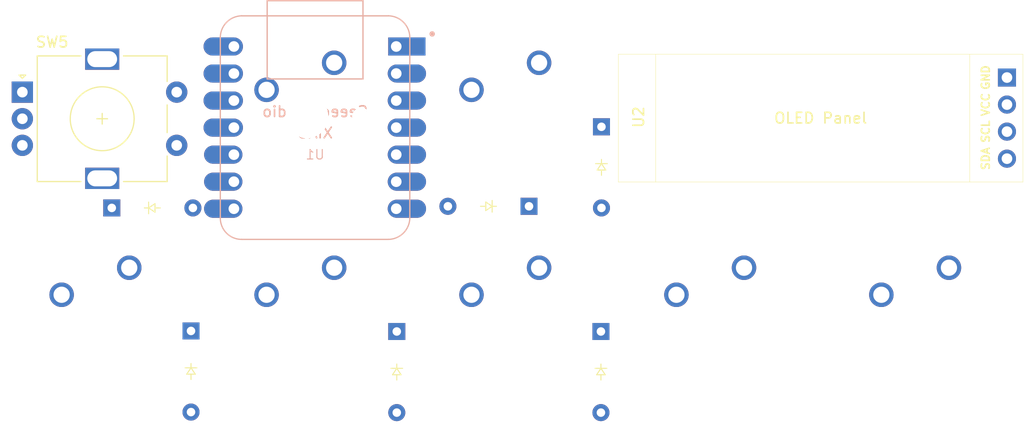
<source format=kicad_pcb>
(kicad_pcb (version 20240108) (generator "pcbnew") (generator_version "8.0")
  (layers (0 "F.Cu" signal) (31 "B.Cu" signal) (34 "B.Paste" user) (35 "F.Paste" user) (36 "B.SilkS" user "B.Silkscreen") (37 "F.SilkS" user "F.Silkscreen") (38 "B.Mask" user) (39 "F.Mask" user) (44 "Edge.Cuts" user))
  (net 0 "")
  (net 1 "GND")
  (net 3 "Row 2")
  (net 4 "Net-(D1-A)")
  (net 5 "Col 1")
  (net 6 "Encoder S2")
  (net 7 "Net-(D5-A)")
  (net 8 "Net-(D6-A)")
  (net 9 "Net-(D7-A)")
  (net 10 "Net-(D8-A)")
  (net 11 "Net-(D9-A)")
  (net 12 "Col 2")
  (net 13 "Col 3")
  (net 14 "Encoder A")
  (net 15 "Encoder B")
  (net 16 "Col 4")
  (net 18 "VCC")
  (net 19 "OLED SDA")
  (net 20 "OLED SCL")
  (footprint "UNNjbvGYPdAWwVqkcbAy:1U-Switch" (layer "F.Cu") (at 105.875 105.875)
    (property "Reference" "SW4")
    (property "Value" "SW_Push_45deg")
    (pad "" np_thru_hole circle (at -5.08 0 48.099) (size 1.7018 1.7018) (drill 1.7018) (layers "F&B.Cu" "*.Mask"))
    (pad "" np_thru_hole circle (at 0 0) (size 3.9878 3.9878) (drill 3.9878) (layers "*.Cu" "*.Mask"))
    (pad "" np_thru_hole circle (at 5.08 0 48.099) (size 1.7018 1.7018) (drill 1.7018) (layers "F&B.Cu" "*.Mask"))
    (pad "1" thru_hole circle (at -3.81 -2.54) (size 2.3 2.3) (drill 1.524) (layers "*.Cu" "B.Mask") (net 13 "Col 3"))
    (pad "2" thru_hole circle (at 2.54 -5.08) (size 2.3 2.3) (drill 1.524) (layers "*.Cu" "B.Mask") (net 9 "Net-(D7-A)"))
  )
  (footprint "UNNjbvGYPdAWwVqkcbAy:1U-Switch" (layer "F.Cu") (at 105.875 125.125)
    (property "Reference" "SW6")
    (property "Value" "SW_Push_45deg")
    (pad "" np_thru_hole circle (at -5.08 0 48.099) (size 1.7018 1.7018) (drill 1.7018) (layers "F&B.Cu" "*.Mask"))
    (pad "" np_thru_hole circle (at 0 0) (size 3.9878 3.9878) (drill 3.9878) (layers "*.Cu" "*.Mask"))
    (pad "" np_thru_hole circle (at 5.08 0 48.099) (size 1.7018 1.7018) (drill 1.7018) (layers "F&B.Cu" "*.Mask"))
    (pad "1" thru_hole circle (at -3.81 -2.54) (size 2.3 2.3) (drill 1.524) (layers "*.Cu" "B.Mask") (net 13 "Col 3"))
    (pad "2" thru_hole circle (at 2.54 -5.08) (size 2.3 2.3) (drill 1.524) (layers "*.Cu" "B.Mask") (net 10 "Net-(D8-A)"))
  )
  (footprint "Rotary_Encoder:RotaryEncoder_Alps_EC11E-Switch_Vertical_H20mm" (layer "F.Cu") (at 59.875 103.55)
    (property "Reference" "SW5" (at 2.8 -4.7 0) (layer "F.SilkS"))
    (property "Value" "RotaryEncoder_Switch")
    (fp_line (start -0.3 -1.6) (end 0.3 -1.6) (stroke (width 0.12)) (layer "F.SilkS"))
    (fp_line (start 0 -1.3) (end -0.3 -1.6) (stroke (width 0.12)) (layer "F.SilkS"))
    (fp_line (start 0.3 -1.6) (end 0 -1.3) (stroke (width 0.12)) (layer "F.SilkS"))
    (fp_line (start 1.4 -3.4) (end 1.4 8.4) (stroke (width 0.12)) (layer "F.SilkS"))
    (fp_line (start 5.5 -3.4) (end 1.4 -3.4) (stroke (width 0.12)) (layer "F.SilkS"))
    (fp_line (start 5.5 8.4) (end 1.4 8.4) (stroke (width 0.12)) (layer "F.SilkS"))
    (fp_line (start 7 2.5) (end 8 2.5) (stroke (width 0.12)) (layer "F.SilkS"))
    (fp_line (start 7.5 2) (end 7.5 3) (stroke (width 0.12)) (layer "F.SilkS"))
    (fp_line (start 9.5 -3.4) (end 13.6 -3.4) (stroke (width 0.12)) (layer "F.SilkS"))
    (fp_line (start 13.6 -3.4) (end 13.6 -1) (stroke (width 0.12)) (layer "F.SilkS"))
    (fp_line (start 13.6 1.2) (end 13.6 3.8) (stroke (width 0.12)) (layer "F.SilkS"))
    (fp_line (start 13.6 6) (end 13.6 8.4) (stroke (width 0.12)) (layer "F.SilkS"))
    (fp_line (start 13.6 8.4) (end 9.5 8.4) (stroke (width 0.12)) (layer "F.SilkS"))
    (fp_circle (center 7.5 2.5) (end 10.5 2.5) (stroke (width 0.12)) (fill none) (layer "F.SilkS"))
    (pad "A" thru_hole rect (at 0 0) (size 2 2) (drill 1) (layers "*.Cu" "*.Mask") (net 14 "Encoder A"))
    (pad "B" thru_hole circle (at 0 5) (size 2 2) (drill 1) (layers "*.Cu" "*.Mask") (net 15 "Encoder B"))
    (pad "C" thru_hole circle (at 0 2.5) (size 2 2) (drill 1) (layers "*.Cu" "*.Mask") (net 1 "GND"))
    (pad "MP" thru_hole rect (at 7.5 -3.1) (size 3.2 2) (drill oval 2.8 1.5) (layers "*.Cu" "*.Mask"))
    (pad "MP" thru_hole rect (at 7.5 8.1) (size 3.2 2) (drill oval 2.8 1.5) (layers "*.Cu" "*.Mask"))
    (pad "S1" thru_hole circle (at 14.5 5) (size 2 2) (drill 1) (layers "*.Cu" "*.Mask") (net 5 "Col 1"))
    (pad "S2" thru_hole circle (at 14.5 0) (size 2 2) (drill 1) (layers "*.Cu" "*.Mask") (net 6 "Encoder S2"))
  )
  (footprint "UNNjbvGYPdAWwVqkcbAy:Diode_DO-35" (layer "F.Cu") (at 68.2752 114.427)
    (property "Reference" "D2" (hide yes))
    (property "Value" "D" (hide yes))
    (fp_line (start 3.06 0) (end 3.46 0) (stroke (width 0.1)) (layer "F.SilkS"))
    (fp_line (start 3.46 -0.55) (end 3.46 0.55) (stroke (width 0.1)) (layer "F.SilkS"))
    (fp_line (start 3.46 0) (end 4.06 -0.4) (stroke (width 0.1)) (layer "F.SilkS"))
    (fp_line (start 4.06 -0.4) (end 4.06 0.4) (stroke (width 0.1)) (layer "F.SilkS"))
    (fp_line (start 4.06 0) (end 4.56 0) (stroke (width 0.1)) (layer "F.SilkS"))
    (fp_line (start 4.06 0.4) (end 3.46 0) (stroke (width 0.1)) (layer "F.SilkS"))
    (pad "1" thru_hole rect (at 0 0) (size 1.6 1.6) (drill 0.8) (layers "*.Cu" "*.Mask") (net 5 "Col 1"))
    (pad "2" thru_hole oval (at 7.62 0) (size 1.6 1.6) (drill 0.8) (layers "*.Cu" "*.Mask") (net 6 "Encoder S2"))
  )
  (footprint "UNNjbvGYPdAWwVqkcbAy:1U-Switch" (layer "F.Cu") (at 86.625 125.125)
    (property "Reference" "SW3")
    (property "Value" "SW_Push_45deg")
    (pad "" np_thru_hole circle (at -5.08 0 48.099) (size 1.7018 1.7018) (drill 1.7018) (layers "F&B.Cu" "*.Mask"))
    (pad "" np_thru_hole circle (at 0 0) (size 3.9878 3.9878) (drill 3.9878) (layers "*.Cu" "*.Mask"))
    (pad "" np_thru_hole circle (at 5.08 0 48.099) (size 1.7018 1.7018) (drill 1.7018) (layers "F&B.Cu" "*.Mask"))
    (pad "1" thru_hole circle (at -3.81 -2.54) (size 2.3 2.3) (drill 1.524) (layers "*.Cu" "B.Mask") (net 12 "Col 2"))
    (pad "2" thru_hole circle (at 2.54 -5.08) (size 2.3 2.3) (drill 1.524) (layers "*.Cu" "B.Mask") (net 8 "Net-(D6-A)"))
  )
  (footprint "UNNjbvGYPdAWwVqkcbAy:1U-Switch" (layer "F.Cu") (at 67.375 125.125)
    (property "Reference" "SW1")
    (property "Value" "SW_Push_45deg")
    (pad "" np_thru_hole circle (at -5.08 0 48.099) (size 1.7018 1.7018) (drill 1.7018) (layers "F&B.Cu" "*.Mask"))
    (pad "" np_thru_hole circle (at 0 0) (size 3.9878 3.9878) (drill 3.9878) (layers "*.Cu" "*.Mask"))
    (pad "" np_thru_hole circle (at 5.08 0 48.099) (size 1.7018 1.7018) (drill 1.7018) (layers "F&B.Cu" "*.Mask"))
    (pad "1" thru_hole circle (at -3.81 -2.54) (size 2.3 2.3) (drill 1.524) (layers "*.Cu" "B.Mask") (net 5 "Col 1"))
    (pad "2" thru_hole circle (at 2.54 -5.08) (size 2.3 2.3) (drill 1.524) (layers "*.Cu" "B.Mask") (net 4 "Net-(D1-A)"))
  )
  (footprint "UNNjbvGYPdAWwVqkcbAy:Diode_DO-35" (layer "F.Cu") (at 95.0468 126.0348 -90)
    (property "Reference" "D6" (hide yes))
    (property "Value" "D" (hide yes))
    (fp_line (start 4.06 0.4) (end 3.46 0) (stroke (width 0.1)) (layer "F.SilkS"))
    (fp_line (start 3.06 0) (end 3.46 0) (stroke (width 0.1)) (layer "F.SilkS"))
    (fp_line (start 3.46 0) (end 4.06 -0.4) (stroke (width 0.1)) (layer "F.SilkS"))
    (fp_line (start 4.06 0) (end 4.56 0) (stroke (width 0.1)) (layer "F.SilkS"))
    (fp_line (start 4.06 -0.4) (end 4.06 0.4) (stroke (width 0.1)) (layer "F.SilkS"))
    (fp_line (start 3.46 -0.55) (end 3.46 0.55) (stroke (width 0.1)) (layer "F.SilkS"))
    (pad "1" thru_hole rect (at 0 0 270) (size 1.6 1.6) (drill 0.8) (layers "*.Cu" "*.Mask") (net 3 "Row 2"))
    (pad "2" thru_hole oval (at 7.62 0 270) (size 1.6 1.6) (drill 0.8) (layers "*.Cu" "*.Mask") (net 8 "Net-(D6-A)"))
  )
  (footprint "UNNjbvGYPdAWwVqkcbAy:Diode_DO-35" (layer "F.Cu") (at 114.2238 126.0348 -90)
    (property "Reference" "D8" (hide yes))
    (property "Value" "D" (hide yes))
    (fp_line (start 4.06 0.4) (end 3.46 0) (stroke (width 0.1)) (layer "F.SilkS"))
    (fp_line (start 3.06 0) (end 3.46 0) (stroke (width 0.1)) (layer "F.SilkS"))
    (fp_line (start 3.46 0) (end 4.06 -0.4) (stroke (width 0.1)) (layer "F.SilkS"))
    (fp_line (start 4.06 0) (end 4.56 0) (stroke (width 0.1)) (layer "F.SilkS"))
    (fp_line (start 4.06 -0.4) (end 4.06 0.4) (stroke (width 0.1)) (layer "F.SilkS"))
    (fp_line (start 3.46 -0.55) (end 3.46 0.55) (stroke (width 0.1)) (layer "F.SilkS"))
    (pad "1" thru_hole rect (at 0 0 270) (size 1.6 1.6) (drill 0.8) (layers "*.Cu" "*.Mask") (net 3 "Row 2"))
    (pad "2" thru_hole oval (at 7.62 0 270) (size 1.6 1.6) (drill 0.8) (layers "*.Cu" "*.Mask") (net 10 "Net-(D8-A)"))
  )
  (footprint "UNNjbvGYPdAWwVqkcbAy:1U-Switch" (layer "F.Cu") (at 144.375 125.125)
    (property "Reference" "D9")
    (property "Value" "D")
    (pad "" np_thru_hole circle (at -5.08 0 48.099) (size 1.7018 1.7018) (drill 1.7018) (layers "F&B.Cu" "*.Mask"))
    (pad "" np_thru_hole circle (at 0 0) (size 3.9878 3.9878) (drill 3.9878) (layers "*.Cu" "*.Mask"))
    (pad "" np_thru_hole circle (at 5.08 0 48.099) (size 1.7018 1.7018) (drill 1.7018) (layers "F&B.Cu" "*.Mask"))
    (pad "1" thru_hole circle (at -3.81 -2.54) (size 2.3 2.3) (drill 1.524) (layers "*.Cu" "B.Mask") (net 3 "Row 2"))
    (pad "2" thru_hole circle (at 2.54 -5.08) (size 2.3 2.3) (drill 1.524) (layers "*.Cu" "B.Mask") (net 11 "Net-(D9-A)"))
  )
  (footprint "UNNjbvGYPdAWwVqkcbAy:1U-Switch" (layer "F.Cu") (at 86.625 105.875)
    (property "Reference" "SW2")
    (property "Value" "SW_Push_45deg")
    (pad "" np_thru_hole circle (at -5.08 0 48.099) (size 1.7018 1.7018) (drill 1.7018) (layers "F&B.Cu" "*.Mask"))
    (pad "" np_thru_hole circle (at 0 0) (size 3.9878 3.9878) (drill 3.9878) (layers "*.Cu" "*.Mask"))
    (pad "" np_thru_hole circle (at 5.08 0 48.099) (size 1.7018 1.7018) (drill 1.7018) (layers "F&B.Cu" "*.Mask"))
    (pad "1" thru_hole circle (at -3.81 -2.54) (size 2.3 2.3) (drill 1.524) (layers "*.Cu" "B.Mask") (net 12 "Col 2"))
    (pad "2" thru_hole circle (at 2.54 -5.08) (size 2.3 2.3) (drill 1.524) (layers "*.Cu" "B.Mask") (net 7 "Net-(D5-A)"))
  )
  (footprint "UNNjbvGYPdAWwVqkcbAy:Diode_DO-35" (layer "F.Cu") (at 114.2746 106.807 -90)
    (property "Reference" "D7" (hide yes))
    (property "Value" "D" (hide yes))
    (fp_line (start 4.06 0.4) (end 3.46 0) (stroke (width 0.1)) (layer "F.SilkS"))
    (fp_line (start 3.06 0) (end 3.46 0) (stroke (width 0.1)) (layer "F.SilkS"))
    (fp_line (start 3.46 0) (end 4.06 -0.4) (stroke (width 0.1)) (layer "F.SilkS"))
    (fp_line (start 4.06 0) (end 4.56 0) (stroke (width 0.1)) (layer "F.SilkS"))
    (fp_line (start 4.06 -0.4) (end 4.06 0.4) (stroke (width 0.1)) (layer "F.SilkS"))
    (fp_line (start 3.46 -0.55) (end 3.46 0.55) (stroke (width 0.1)) (layer "F.SilkS"))
    (pad "1" thru_hole rect (at 0 0 270) (size 1.6 1.6) (drill 0.8) (layers "*.Cu" "*.Mask") (net 5 "Col 1"))
    (pad "2" thru_hole oval (at 7.62 0 270) (size 1.6 1.6) (drill 0.8) (layers "*.Cu" "*.Mask") (net 9 "Net-(D7-A)"))
  )
  (footprint "UNNjbvGYPdAWwVqkcbAy:Diode_DO-35" (layer "F.Cu") (at 107.4674 114.2746 180)
    (property "Reference" "D5" (hide yes))
    (property "Value" "D" (hide yes))
    (fp_line (start 4.06 0.4) (end 3.46 0) (stroke (width 0.1)) (layer "F.SilkS"))
    (fp_line (start 4.06 0) (end 4.56 0) (stroke (width 0.1)) (layer "F.SilkS"))
    (fp_line (start 4.06 -0.4) (end 4.06 0.4) (stroke (width 0.1)) (layer "F.SilkS"))
    (fp_line (start 3.46 0) (end 4.06 -0.4) (stroke (width 0.1)) (layer "F.SilkS"))
    (fp_line (start 3.46 -0.55) (end 3.46 0.55) (stroke (width 0.1)) (layer "F.SilkS"))
    (fp_line (start 3.06 0) (end 3.46 0) (stroke (width 0.1)) (layer "F.SilkS"))
    (pad "1" thru_hole rect (at 0 0 180) (size 1.6 1.6) (drill 0.8) (layers "*.Cu" "*.Mask") (net 5 "Col 1"))
    (pad "2" thru_hole oval (at 7.62 0 180) (size 1.6 1.6) (drill 0.8) (layers "*.Cu" "*.Mask") (net 7 "Net-(D5-A)"))
  )
  (footprint "UNNjbvGYPdAWwVqkcbAy:1U-Switch" (layer "F.Cu") (at 125.125 125.125)
    (property "Reference" "SW7")
    (property "Value" "SW_Push_45deg")
    (pad "" np_thru_hole circle (at -5.08 0 48.099) (size 1.7018 1.7018) (drill 1.7018) (layers "F&B.Cu" "*.Mask"))
    (pad "" np_thru_hole circle (at 0 0) (size 3.9878 3.9878) (drill 3.9878) (layers "*.Cu" "*.Mask"))
    (pad "" np_thru_hole circle (at 5.08 0 48.099) (size 1.7018 1.7018) (drill 1.7018) (layers "F&B.Cu" "*.Mask"))
    (pad "1" thru_hole circle (at -3.81 -2.54) (size 2.3 2.3) (drill 1.524) (layers "*.Cu" "B.Mask") (net 16 "Col 4"))
    (pad "2" thru_hole circle (at 2.54 -5.08) (size 2.3 2.3) (drill 1.524) (layers "*.Cu" "B.Mask") (net 11 "Net-(D9-A)"))
  )
  (footprint "UNNjbvGYPdAWwVqkcbAy:SSD1306-0.91-OLED-4pin-128x32" (layer "F.Cu") (at 115.865 99.99)
    (property "Reference" "U2" (at 1.9 5.91 90) (layer "F.SilkS"))
    (property "Value" "DM-OLED096-636")
    (fp_line (start 0 0) (end 0 12) (stroke (width 0.04)) (layer "F.SilkS"))
    (fp_line (start 0 12) (end 38 12) (stroke (width 0.04)) (layer "F.SilkS"))
    (fp_line (start 3.5 0) (end 3.5 12) (stroke (width 0.04)) (layer "F.SilkS"))
    (fp_line (start 33 0) (end 33 12) (stroke (width 0.04)) (layer "F.SilkS"))
    (fp_line (start 38 0) (end 0 0) (stroke (width 0.04)) (layer "F.SilkS"))
    (fp_line (start 38 12) (end 38 0) (stroke (width 0.04)) (layer "F.SilkS"))
    (fp_text user "VCC" (at 34.5 4.73 -90) (layer "F.SilkS") (effects (font (size 0.75 0.75))))
    (fp_text user "OLED Panel" (at 19 6 0) (layer "F.SilkS"))
    (fp_text user "GND" (at 34.5 2.19 -90) (layer "F.SilkS") (effects (font (size 0.75 0.75))))
    (fp_text user "SDA" (at 34.5 9.81 -90) (layer "F.SilkS") (effects (font (size 0.75 0.75))))
    (fp_text user "SCL" (at 34.5 7.27 -90) (layer "F.SilkS") (effects (font (size 0.75 0.75))))
    (pad "1" thru_hole rect (at 36.5 2.19) (size 1.7 1.7) (drill 1) (layers "*.Cu" "*.Mask") (net 1 "GND"))
    (pad "2" thru_hole oval (at 36.5 4.73) (size 1.7 1.7) (drill 1) (layers "*.Cu" "*.Mask") (net 18 "VCC"))
    (pad "3" thru_hole oval (at 36.5 7.27) (size 1.7 1.7) (drill 1) (layers "*.Cu" "*.Mask") (net 20 "OLED SCL"))
    (pad "4" thru_hole oval (at 36.5 9.81) (size 1.7 1.7) (drill 1) (layers "*.Cu" "*.Mask") (net 19 "OLED SDA"))
  )
  (footprint "UNNjbvGYPdAWwVqkcbAy:Diode_DO-35" (layer "F.Cu") (at 75.7174 125.984 -90)
    (property "Reference" "D1" (hide yes))
    (property "Value" "D" (hide yes))
    (fp_line (start 4.06 0.4) (end 3.46 0) (stroke (width 0.1)) (layer "F.SilkS"))
    (fp_line (start 3.06 0) (end 3.46 0) (stroke (width 0.1)) (layer "F.SilkS"))
    (fp_line (start 3.46 0) (end 4.06 -0.4) (stroke (width 0.1)) (layer "F.SilkS"))
    (fp_line (start 4.06 0) (end 4.56 0) (stroke (width 0.1)) (layer "F.SilkS"))
    (fp_line (start 4.06 -0.4) (end 4.06 0.4) (stroke (width 0.1)) (layer "F.SilkS"))
    (fp_line (start 3.46 -0.55) (end 3.46 0.55) (stroke (width 0.1)) (layer "F.SilkS"))
    (pad "1" thru_hole rect (at 0 0 270) (size 1.6 1.6) (drill 0.8) (layers "*.Cu" "*.Mask") (net 3 "Row 2"))
    (pad "2" thru_hole oval (at 7.62 0 270) (size 1.6 1.6) (drill 0.8) (layers "*.Cu" "*.Mask") (net 4 "Net-(D1-A)"))
  )
  (footprint "UNNjbvGYPdAWwVqkcbAy:XIAO" (layer "B.Cu") (at 87.371 106.8832 180)
    (property "Reference" "U1" (at 0 -2.54 0) (layer "B.SilkS") (effects (font (size 0.889 0.889) (thickness 0.1016)) (justify mirror)))
    (property "Value" "MOUDLE-SEEEDUINO-XIAO" (hide yes))
    (fp_line (start 8.9 8.5) (end 8.9 -8.5) (stroke (width 0.127)) (layer "B.SilkS"))
    (fp_line (start 6.9 -10.5) (end -6.9 -10.5) (stroke (width 0.127)) (layer "B.SilkS"))
    (fp_line (start 4.5 11.92403) (end -4.5 11.92403) (stroke (width 0.127)) (layer "B.SilkS"))
    (fp_line (start 4.5 4.57073) (end 4.5 11.92403) (stroke (width 0.127)) (layer "B.SilkS"))
    (fp_line (start -4.5 11.92403) (end -4.5 4.57073) (stroke (width 0.127)) (layer "B.SilkS"))
    (fp_line (start -4.5 4.57073) (end 4.5 4.57073) (stroke (width 0.127)) (layer "B.SilkS"))
    (fp_line (start -6.9 10.49909) (end 6.9 10.49909) (stroke (width 0.127)) (layer "B.SilkS"))
    (fp_line (start -8.9 -8.5) (end -8.9 8.5) (stroke (width 0.127)) (layer "B.SilkS"))
    (fp_arc (start 8.9 8.5) (mid 8.301492 9.901492) (end 6.9 10.5) (stroke (width 0.12)) (layer "B.SilkS"))
    (fp_arc (start 6.9 -10.5) (mid 8.314214 -9.914214) (end 8.9 -8.5) (stroke (width 0.12)) (layer "B.SilkS"))
    (fp_arc (start -6.9 10.5) (mid -8.301491 9.901491) (end -8.9 8.5) (stroke (width 0.12)) (layer "B.SilkS"))
    (fp_arc (start -8.9 -8.5) (mid -8.301423 -9.901423) (end -6.9 -10.5) (stroke (width 0.12)) (layer "B.SilkS"))
    (fp_circle (center -11 8.8) (end -11 9.054) (fill solid) (layer "B.SilkS"))
    (fp_poly (pts (xy -8.887715 8.561705) (xy -8.884667 8.610473) (xy -8.880603 8.659494)) (stroke (width 0.0254)) (fill none) (layer "B.SilkS"))
    (fp_poly (pts (xy 8.889492 -8.521574) (xy 8.887713 -8.57085) (xy 8.884665 -8.619618) (xy 8.880601 -8.668639) (xy 8.875268 -8.717407) (xy 8.868664 -8.766175) (xy 8.861044 -8.81469) (xy 8.852153 -8.86295) (xy 8.842248 -8.910955)) (stroke (width 0.0254)) (fill none) (layer "B.SilkS"))
    (fp_text user "Seeed Studio" (at 0 1.5 0) (layer "B.SilkS") (effects (justify mirror)))
    (fp_text user "XIAO" (at 0 -0.5 0) (layer "B.SilkS") (effects (justify mirror)))
    (pad "1" thru_hole rect (at -7.625 7.62 180) (size 3.5 1.7) (drill 1 (offset -1 0)) (layers "*.Cu" "*.Mask") (net 5 "Col 1"))
    (pad "2" thru_hole oval (at -7.625 5.08 180) (size 3.6 1.7) (drill 1 (offset -1 0)) (layers "*.Cu" "*.Mask") (net 12 "Col 2"))
    (pad "3" thru_hole oval (at -7.625 2.54 180) (size 3.6 1.7) (drill 1 (offset -1 0)) (layers "*.Cu" "*.Mask") (net 13 "Col 3"))
    (pad "4" thru_hole oval (at -7.625 0 180) (size 3.6 1.7) (drill 1 (offset -1 0)) (layers "*.Cu" "*.Mask") (net 16 "Col 4"))
    (pad "5" thru_hole oval (at -7.625 -2.54 180) (size 3.6 1.7) (drill 1 (offset -1 0)) (layers "*.Cu" "*.Mask") (net 5 "Col 1"))
    (pad "6" thru_hole oval (at -7.625 -5.08) (size 3.6 1.7) (drill 1 (offset 1 0)) (layers "*.Cu" "*.Mask") (net 3 "Row 2"))
    (pad "7" thru_hole oval (at -7.625 -7.62 180) (size 3.6 1.7) (drill 1 (offset -1 0)) (layers "*.Cu" "*.Mask") (net 14 "Encoder A"))
    (pad "8" thru_hole oval (at 7.625 -7.62 180) (size 3.6 1.7) (drill 1 (offset 1 0)) (layers "*.Cu" "*.Mask") (net 15 "Encoder B"))
    (pad "9" thru_hole oval (at 7.625 -5.08 180) (size 3.6 1.7) (drill 1 (offset 1 0)) (layers "*.Cu" "*.Mask") (net 19 "OLED SDA"))
    (pad "10" thru_hole oval (at 7.625 -2.54 180) (size 3.6 1.7) (drill 1 (offset 1 0)) (layers "*.Cu" "*.Mask") (net 20 "OLED SCL"))
    (pad "11" thru_hole oval (at 7.625 0 180) (size 3.7 1.7) (drill 1 (offset 1 0)) (layers "*.Cu" "*.Mask"))
    (pad "12" thru_hole oval (at 7.625 2.54 180) (size 3.7 1.7) (drill 1 (offset 1 0)) (layers "*.Cu" "*.Mask"))
    (pad "13" thru_hole oval (at 7.625 5.08 180) (size 3.7 1.7) (drill 1 (offset 1 0)) (layers "*.Cu" "*.Mask") (net 1 "GND"))
    (pad "14" thru_hole oval (at 7.625 7.62 180) (size 3.7 1.7) (drill 1 (offset 1 0)) (layers "*.Cu" "*.Mask") (net 18 "VCC"))
  )
)
</source>
